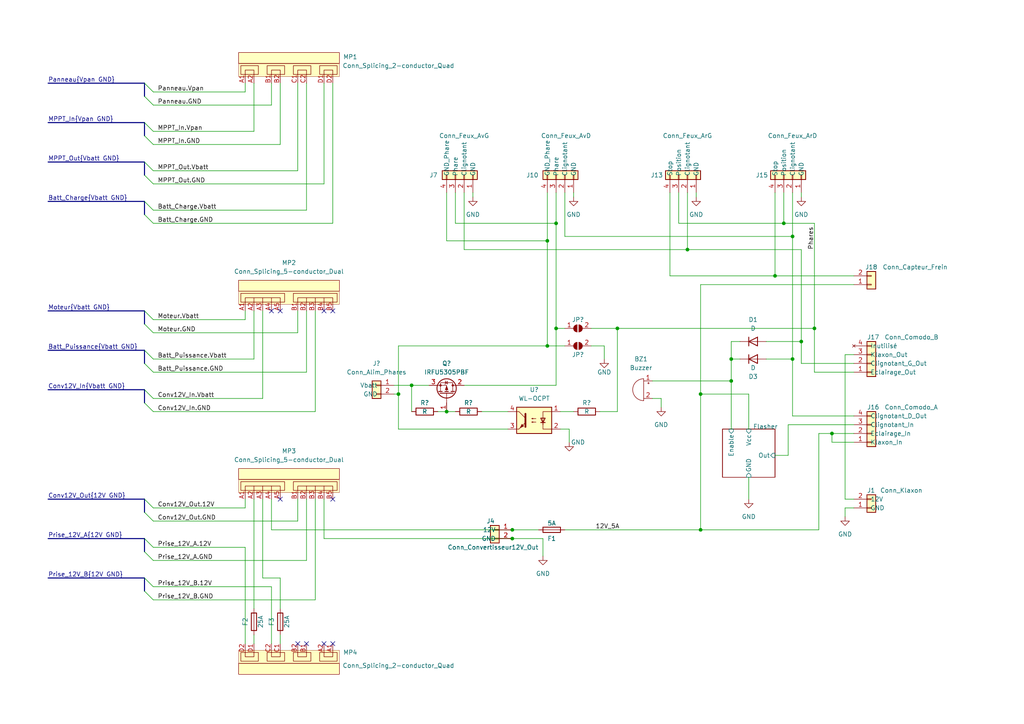
<source format=kicad_sch>
(kicad_sch (version 20211123) (generator eeschema)
  (paper "A4")
  (title_block (title "Boitier électrique vhéliotech") (date "2025-01-08") (company "Vélo solaire pour tous") (comment 1 "Licence CERN-OHL-S version 2"))
  (lib_symbols
    (symbol "Conn_Feux_Arriere_1" (pin_names (offset 1.016))
      (property "Reference" "J" (at 0 5.08 0))
      (property "Value" "Conn_Feux_Arriere_1" (at 0 -7.62 0))
      (symbol "Conn_Feux_Arriere_1_1_1"
        (rectangle (start -1.27 -4.953) (end 0 -5.207) (stroke (width 0.1524)))
        (rectangle (start -1.27 -2.413) (end 0 -2.667) (stroke (width 0.1524)))
        (rectangle (start -1.27 0.127) (end 0 -0.127) (stroke (width 0.1524)))
        (rectangle (start -1.27 2.667) (end 0 2.413) (stroke (width 0.1524)))
        (rectangle (start -1.27 3.81) (end 1.27 -6.35) (stroke (width 0.254)) (fill (type background)))
        (pin power_in line (at -5.08 2.54 0) (length 3.81) (name "GND") (number "1"))
        (pin passive line (at -5.08 0 0) (length 3.81) (name "Clignotant") (number "2"))
        (pin passive line (at -5.08 -2.54 0) (length 3.81) (name "Position") (number "3"))
        (pin passive line (at -5.08 -5.08 0) (length 3.81) (name "Stop") (number "4"))
      )
    )
    (symbol "Connector_Generic:Conn_01x02" (pin_names (offset 1.016) hide)
      (property "Reference" "J" (at 0 2.54 0))
      (property "Value" "Conn_01x02" (at 0 -5.08 0))
      (symbol "Conn_01x02_1_1"
        (rectangle (start -1.27 -2.413) (end 0 -2.667) (stroke (width 0.1524)))
        (rectangle (start -1.27 0.127) (end 0 -0.127) (stroke (width 0.1524)))
        (rectangle (start -1.27 1.27) (end 1.27 -3.81) (stroke (width 0.254)) (fill (type background)))
        (pin passive line (at -5.08 0 0) (length 3.81) (name "Pin_1") (number "1"))
        (pin passive line (at -5.08 -2.54 0) (length 3.81) (name "Pin_2") (number "2"))
      )
    )
    (symbol "Device:Buzzer" (pin_names (offset 0.0254) hide)
      (property "Reference" "BZ" (at 3.81 1.27 0))
      (property "Value" "Buzzer" (at 3.81 -1.27 0))
      (symbol "Buzzer_0_1"
        (arc (start 0 -3.175) (mid 3.175 0) (end 0 3.175))
        (polyline (pts (xy -1.651 1.905) (xy -1.143 1.905)))
        (polyline (pts (xy -1.397 2.159) (xy -1.397 1.651)))
        (polyline (pts (xy 0 3.175) (xy 0 -3.175)))
      )
      (symbol "Buzzer_1_1"
        (pin passive line (at -2.54 2.54 0) (length 2.54) (name "-") (number "1"))
        (pin passive line (at -2.54 -2.54 0) (length 2.54) (name "+") (number "2"))
      )
    )
    (symbol "Device:D" (pin_numbers hide) (pin_names (offset 1.016) hide)
      (property "Reference" "D" (at 0 2.54 0))
      (property "Value" "D" (at 0 -2.54 0))
      (symbol "D_0_1"
        (polyline (pts (xy -1.27 1.27) (xy -1.27 -1.27)) (stroke (width 0.254)))
        (polyline (pts (xy 1.27 0) (xy -1.27 0)))
        (polyline (pts (xy 1.27 1.27) (xy 1.27 -1.27) (xy -1.27 0) (xy 1.27 1.27)) (stroke (width 0.254)))
      )
      (symbol "D_1_1"
        (pin passive line (at -3.81 0 0) (length 2.54) (name "K") (number "1"))
        (pin passive line (at 3.81 0 180) (length 2.54) (name "A") (number "2"))
      )
    )
    (symbol "Device:R" (pin_numbers hide) (pin_names (offset 0))
      (property "Reference" "R" (at 2.032 0 90))
      (property "Value" "R" (at 0 0 90))
      (symbol "R_0_1"
        (rectangle (start -1.016 -2.54) (end 1.016 2.54) (stroke (width 0.254)))
      )
      (symbol "R_1_1"
        (pin passive line (at 0 3.81 270) (length 1.27) (name "~") (number "1"))
        (pin passive line (at 0 -3.81 90) (length 1.27) (name "~") (number "2"))
      )
    )
    (symbol "Jumper:SolderJumper_2_Open" (pin_names (offset 0) hide)
      (property "Reference" "JP" (at 0 2.032 0))
      (property "Value" "SolderJumper_2_Open" (at 0 -2.54 0))
      (symbol "SolderJumper_2_Open_0_1"
        (arc (start -0.254 1.016) (mid -1.27 0) (end -0.254 -1.016))
        (arc (start -0.254 1.016) (mid -1.27 0) (end -0.254 -1.016) (fill (type outline)))
        (polyline (pts (xy -0.254 1.016) (xy -0.254 -1.016)))
        (polyline (pts (xy 0.254 1.016) (xy 0.254 -1.016)))
        (arc (start 0.254 -1.016) (mid 1.27 0) (end 0.254 1.016))
        (arc (start 0.254 -1.016) (mid 1.27 0) (end 0.254 1.016) (fill (type outline)))
      )
      (symbol "SolderJumper_2_Open_1_1"
        (pin passive line (at -3.81 0 0) (length 2.54) (name "A") (number "1"))
        (pin passive line (at 3.81 0 180) (length 2.54) (name "B") (number "2"))
      )
    )
    (symbol "Transistor_FET:FQP27P06" (pin_names hide)
      (property "Reference" "Q" (at 5.08 1.905 0))
      (property "Value" "FQP27P06" (at 5.08 0 0))
      (symbol "FQP27P06_0_1"
        (polyline (pts (xy 0.254 0) (xy -2.54 0)))
        (polyline (pts (xy 0.254 1.905) (xy 0.254 -1.905)) (stroke (width 0.254)))
        (polyline (pts (xy 0.762 -1.27) (xy 0.762 -2.286)) (stroke (width 0.254)))
        (polyline (pts (xy 0.762 0.508) (xy 0.762 -0.508)) (stroke (width 0.254)))
        (polyline (pts (xy 0.762 2.286) (xy 0.762 1.27)) (stroke (width 0.254)))
        (polyline (pts (xy 2.54 2.54) (xy 2.54 1.778)))
        (polyline (pts (xy 2.54 -2.54) (xy 2.54 0) (xy 0.762 0)))
        (polyline (pts (xy 0.762 1.778) (xy 3.302 1.778) (xy 3.302 -1.778) (xy 0.762 -1.778)))
        (polyline (pts (xy 2.286 0) (xy 1.27 0.381) (xy 1.27 -0.381) (xy 2.286 0)) (fill (type outline)))
        (polyline (pts (xy 2.794 -0.508) (xy 2.921 -0.381) (xy 3.683 -0.381) (xy 3.81 -0.254)))
        (polyline (pts (xy 3.302 -0.381) (xy 2.921 0.254) (xy 3.683 0.254) (xy 3.302 -0.381)))
        (circle (center 1.651 0) (radius 2.794) (stroke (width 0.254)))
        (circle (center 2.54 -1.778) (radius 0.254) (fill (type outline)))
        (circle (center 2.54 1.778) (radius 0.254) (fill (type outline)))
      )
      (symbol "FQP27P06_1_1"
        (pin input line (at -5.08 0 0) (length 2.54) (name "G") (number "1"))
        (pin passive line (at 2.54 5.08 270) (length 2.54) (name "D") (number "2"))
        (pin passive line (at 2.54 -5.08 90) (length 2.54) (name "S") (number "3"))
      )
    )
    (symbol "circuit:Conn_Alim_Phares" (pin_names (offset 1.016))
      (property "Reference" "J" (at 0 2.54 0))
      (property "Value" "Conn_Alim_Phares" (at 0 -5.08 0))
      (symbol "Conn_Alim_Phares_1_1"
        (rectangle (start -1.27 -2.413) (end 0 -2.667) (stroke (width 0.1524)))
        (rectangle (start -1.27 0.127) (end 0 -0.127) (stroke (width 0.1524)))
        (rectangle (start -1.27 1.27) (end 1.27 -3.81) (stroke (width 0.254)) (fill (type background)))
        (pin power_out line (at -5.08 0 0) (length 3.81) (name "Vbatt") (number "1"))
        (pin power_out line (at -5.08 -2.54 0) (length 3.81) (name "GND") (number "2"))
      )
    )
    (symbol "circuit:Conn_Comodo_A" (pin_names (offset 1.016))
      (property "Reference" "J" (at 0 5.08 0))
      (property "Value" "Conn_Comodo_A" (at 0 -7.62 0))
      (symbol "Conn_Comodo_A_1_1"
        (rectangle (start -1.27 -4.953) (end 0 -5.207) (stroke (width 0.1524)))
        (rectangle (start -1.27 -2.413) (end 0 -2.667) (stroke (width 0.1524)))
        (rectangle (start -1.27 0.127) (end 0 -0.127) (stroke (width 0.1524)))
        (rectangle (start -1.27 2.667) (end 0 2.413) (stroke (width 0.1524)))
        (rectangle (start -1.27 3.81) (end 1.27 -6.35) (stroke (width 0.254)) (fill (type background)))
        (pin passive line (at -5.08 2.54 0) (length 3.81) (name "Klaxon_In") (number "1"))
        (pin passive line (at -5.08 0 0) (length 3.81) (name "Eclairage_In") (number "2"))
        (pin passive line (at -5.08 -2.54 0) (length 3.81) (name "Clignotant_In") (number "3"))
        (pin passive line (at -5.08 -5.08 0) (length 3.81) (name "Clignotant_D_Out") (number "4"))
      )
    )
    (symbol "circuit:Conn_Comodo_B" (pin_names (offset 1.016))
      (property "Reference" "J" (at 0 5.08 0))
      (property "Value" "Conn_Comodo_B" (at 0 -7.62 0))
      (symbol "Conn_Comodo_B_1_1"
        (rectangle (start -1.27 -4.953) (end 0 -5.207) (stroke (width 0.1524)))
        (rectangle (start -1.27 -2.413) (end 0 -2.667) (stroke (width 0.1524)))
        (rectangle (start -1.27 0.127) (end 0 -0.127) (stroke (width 0.1524)))
        (rectangle (start -1.27 2.667) (end 0 2.413) (stroke (width 0.1524)))
        (rectangle (start -1.27 3.81) (end 1.27 -6.35) (stroke (width 0.254)) (fill (type background)))
        (pin passive line (at -5.08 2.54 0) (length 3.81) (name "Eclairage_Out") (number "1"))
        (pin passive line (at -5.08 0 0) (length 3.81) (name "Clignotant_G_Out") (number "2"))
        (pin passive line (at -5.08 -2.54 0) (length 3.81) (name "Klaxon_Out") (number "3"))
        (pin no_connect line (at -5.08 -5.08 0) (length 3.81) (name "Inutilisé") (number "4"))
      )
    )
    (symbol "circuit:Conn_Convertisseur12V_Out" (pin_names (offset 1.016))
      (property "Reference" "J" (at 0 2.54 0))
      (property "Value" "Conn_Convertisseur12V_Out" (at 0 -5.08 0))
      (symbol "Conn_Convertisseur12V_Out_1_1"
        (rectangle (start -1.27 -2.413) (end 0 -2.667) (stroke (width 0.1524)))
        (rectangle (start -1.27 0.127) (end 0 -0.127) (stroke (width 0.1524)))
        (rectangle (start -1.27 1.27) (end 1.27 -3.81) (stroke (width 0.254)) (fill (type background)))
        (pin power_out line (at -5.08 0 0) (length 3.81) (name "12V") (number "1"))
        (pin power_out line (at -5.08 -2.54 0) (length 3.81) (name "GND") (number "2"))
      )
    )
    (symbol "circuit:Conn_Feux_Arriere" (pin_names (offset 1.016))
      (property "Reference" "J" (at 0 5.08 0))
      (property "Value" "Conn_Feux_Arriere" (at 0 -7.62 0))
      (symbol "Conn_Feux_Arriere_1_1"
        (rectangle (start -1.27 -4.953) (end 0 -5.207) (stroke (width 0.1524)))
        (rectangle (start -1.27 -2.413) (end 0 -2.667) (stroke (width 0.1524)))
        (rectangle (start -1.27 0.127) (end 0 -0.127) (stroke (width 0.1524)))
        (rectangle (start -1.27 2.667) (end 0 2.413) (stroke (width 0.1524)))
        (rectangle (start -1.27 3.81) (end 1.27 -6.35) (stroke (width 0.254)) (fill (type background)))
        (pin power_in line (at -5.08 2.54 0) (length 3.81) (name "GND") (number "1"))
        (pin passive line (at -5.08 0 0) (length 3.81) (name "Clignotant") (number "2"))
        (pin passive line (at -5.08 -2.54 0) (length 3.81) (name "Position") (number "3"))
        (pin passive line (at -5.08 -5.08 0) (length 3.81) (name "Stop") (number "4"))
      )
    )
    (symbol "circuit:Conn_Feux_Avant" (pin_names (offset 1.016))
      (property "Reference" "J" (at 0 5.08 0))
      (property "Value" "Conn_Feux_Avant" (at 0 -7.62 0))
      (symbol "Conn_Feux_Avant_1_1"
        (rectangle (start -1.27 -4.953) (end 0 -5.207) (stroke (width 0.1524)))
        (rectangle (start -1.27 -2.413) (end 0 -2.667) (stroke (width 0.1524)))
        (rectangle (start -1.27 0.127) (end 0 -0.127) (stroke (width 0.1524)))
        (rectangle (start -1.27 2.667) (end 0 2.413) (stroke (width 0.1524)))
        (rectangle (start -1.27 3.81) (end 1.27 -6.35) (stroke (width 0.254)) (fill (type background)))
        (pin power_in line (at -5.08 2.54 0) (length 3.81) (name "GND") (number "1"))
        (pin passive line (at -5.08 0 0) (length 3.81) (name "Clignotant") (number "2"))
        (pin passive line (at -5.08 -2.54 0) (length 3.81) (name "Phare") (number "3"))
        (pin power_in line (at -5.08 -5.08 0) (length 3.81) (name "GND_Phare") (number "4"))
      )
    )
    (symbol "circuit:Conn_Klaxon" (pin_names (offset 1.016))
      (property "Reference" "J" (at 0 2.54 0))
      (property "Value" "Conn_Klaxon" (at 0 -5.08 0))
      (symbol "Conn_Klaxon_1_1"
        (rectangle (start -1.27 -2.413) (end 0 -2.667) (stroke (width 0.1524)))
        (rectangle (start -1.27 0.127) (end 0 -0.127) (stroke (width 0.1524)))
        (rectangle (start -1.27 1.27) (end 1.27 -3.81) (stroke (width 0.254)) (fill (type background)))
        (pin power_in line (at -5.08 0 0) (length 3.81) (name "GND") (number "1"))
        (pin passive line (at -5.08 -2.54 0) (length 3.81) (name "12V") (number "2"))
      )
    )
    (symbol "circuit:Conn_Splicing_2-conductor_Quad"
      (property "Reference" "MP" (at 0.635 11.43 0))
      (property "Value" "Conn_Splicing_2-conductor_Quad" (at 1.27 -21.59 0))
      (symbol "Conn_Splicing_2-conductor_Quad_0_1"
        (rectangle (start -3.175 9.525) (end 0.635 -19.685) (stroke (width 0.01)) (fill (type background)))
        (rectangle (start -2.54 -13.97) (end 0 -19.05))
        (rectangle (start -2.54 -6.35) (end 0 -11.43))
        (rectangle (start -2.54 1.27) (end 0 -3.81))
        (rectangle (start -2.54 8.89) (end 0 3.81))
        (polyline (pts (xy -2.54 -15.24) (xy -1.27 -15.24) (xy -1.27 -17.78) (xy -2.54 -17.78)))
        (polyline (pts (xy -2.54 -7.62) (xy -1.27 -7.62) (xy -1.27 -10.16) (xy -2.54 -10.16)))
        (polyline (pts (xy -2.54 0) (xy -1.27 0) (xy -1.27 -2.54) (xy -2.54 -2.54)))
        (polyline (pts (xy -2.54 7.62) (xy -1.27 7.62) (xy -1.27 5.08) (xy -2.54 5.08)))
        (rectangle (start 0.635 9.525) (end 3.81 -19.685) (fill (type background)))
      )
      (symbol "Conn_Splicing_2-conductor_Quad_1_1"
        (pin passive line (at -5.08 7.62 0) (length 2.54) (name "") (number "A1"))
        (pin passive line (at -5.08 5.08 0) (length 2.54) (name "") (number "A2"))
        (pin passive line (at -5.08 0 0) (length 2.54) (name "") (number "B1"))
        (pin passive line (at -5.08 -2.54 0) (length 2.54) (name "") (number "B2"))
        (pin passive line (at -5.08 -7.62 0) (length 2.54) (name "") (number "C1"))
        (pin passive line (at -5.08 -10.16 0) (length 2.54) (name "") (number "C2"))
        (pin passive line (at -5.08 -15.24 0) (length 2.54) (name "") (number "D1"))
        (pin passive line (at -5.08 -17.78 0) (length 2.54) (name "") (number "D2"))
      )
    )
    (symbol "circuit:Conn_Splicing_5-conductor_Dual"
      (property "Reference" "MP" (at 0.635 11.43 0))
      (property "Value" "Conn_Splicing_5-conductor_Dual" (at 1.27 -21.59 0))
      (symbol "Conn_Splicing_5-conductor_Dual_0_1"
        (rectangle (start -3.175 9.525) (end 0.635 -19.685) (stroke (width 0.01)) (fill (type background)))
        (rectangle (start -2.54 -6.35) (end 0 -19.05))
        (rectangle (start -2.54 8.89) (end 0 -3.81))
        (polyline (pts (xy -1.27 -15.24) (xy -2.54 -15.24)))
        (polyline (pts (xy -1.27 -12.7) (xy -2.54 -12.7)))
        (polyline (pts (xy -1.27 -10.16) (xy -2.54 -10.16)))
        (polyline (pts (xy -1.27 0) (xy -2.54 0)))
        (polyline (pts (xy -1.27 2.54) (xy -2.54 2.54)))
        (polyline (pts (xy -1.27 5.08) (xy -2.54 5.08)))
        (polyline (pts (xy -2.54 -7.62) (xy -1.27 -7.62) (xy -1.27 -17.78) (xy -2.54 -17.78)))
        (polyline (pts (xy -2.54 7.62) (xy -1.27 7.62) (xy -1.27 -2.54) (xy -2.54 -2.54)))
        (rectangle (start 0.635 9.525) (end 3.81 -19.685) (fill (type background)))
      )
      (symbol "Conn_Splicing_5-conductor_Dual_1_1"
        (pin passive line (at -5.08 7.62 0) (length 2.54) (name "") (number "A1"))
        (pin passive line (at -5.08 5.08 0) (length 2.54) (name "") (number "A2"))
        (pin passive line (at -5.08 2.54 0) (length 2.54) (name "") (number "A3"))
        (pin passive line (at -5.08 0 0) (length 2.54) (name "") (number "A4"))
        (pin passive line (at -5.08 -2.54 0) (length 2.54) (name "") (number "A5"))
        (pin passive line (at -5.08 -7.62 0) (length 2.54) (name "") (number "B1"))
        (pin passive line (at -5.08 -10.16 0) (length 2.54) (name "") (number "B2"))
        (pin passive line (at -5.08 -12.7 0) (length 2.54) (name "") (number "B3"))
        (pin passive line (at -5.08 -15.24 0) (length 2.54) (name "") (number "B4"))
        (pin passive line (at -5.08 -17.78 0) (length 2.54) (name "") (number "B5"))
      )
    )
    (symbol "circuit:Fuse" (pin_numbers hide) (pin_names (offset 0))
      (property "Reference" "F" (at 2.032 0 90))
      (property "Value" "Fuse" (at -1.905 0 90))
      (symbol "Fuse_0_1"
        (rectangle (start -0.762 -2.54) (end 0.762 2.54) (stroke (width 0.254)))
        (polyline (pts (xy 0 2.54) (xy 0 -2.54)))
      )
      (symbol "Fuse_1_1"
        (pin passive line (at 0 3.81 270) (length 1.27) (name "~") (number "1"))
        (pin passive line (at 0 -3.81 90) (length 1.27) (name "~") (number "2"))
      )
    )
    (symbol "circuit:WL-OCPT" (pin_names (offset 1.016))
      (property "Reference" "U" (at -5.08 5.08 0))
      (property "Value" "WL-OCPT" (at 0 5.08 0))
      (symbol "WL-OCPT_0_1"
        (rectangle (start -5.08 3.81) (end 5.08 -3.81) (stroke (width 0.254)) (fill (type background)))
        (polyline (pts (xy -3.175 -0.635) (xy -1.905 -0.635)) (stroke (width 0.254)))
        (polyline (pts (xy 2.54 0.635) (xy 4.445 2.54)))
        (polyline (pts (xy 4.445 -2.54) (xy 2.54 -0.635)) (fill (type outline)))
        (polyline (pts (xy 4.445 -2.54) (xy 5.08 -2.54)))
        (polyline (pts (xy 4.445 2.54) (xy 5.08 2.54)))
        (polyline (pts (xy -2.54 -0.635) (xy -2.54 -2.54) (xy -5.08 -2.54)))
        (polyline (pts (xy 2.54 1.905) (xy 2.54 -1.905) (xy 2.54 -1.905)) (stroke (width 0.508)))
        (polyline (pts (xy -5.08 2.54) (xy -2.54 2.54) (xy -2.54 -1.27) (xy -2.54 0.635)))
        (polyline (pts (xy -2.54 -0.635) (xy -3.175 0.635) (xy -1.905 0.635) (xy -2.54 -0.635)) (stroke (width 0.254)))
        (polyline (pts (xy -0.508 -0.508) (xy 0.762 -0.508) (xy 0.381 -0.635) (xy 0.381 -0.381) (xy 0.762 -0.508)))
        (polyline (pts (xy -0.508 0.508) (xy 0.762 0.508) (xy 0.381 0.381) (xy 0.381 0.635) (xy 0.762 0.508)))
        (polyline (pts (xy 3.048 -1.651) (xy 3.556 -1.143) (xy 4.064 -2.159) (xy 3.048 -1.651) (xy 3.048 -1.651)) (fill (type outline)))
      )
      (symbol "WL-OCPT_1_1"
        (pin passive line (at -7.62 2.54 0) (length 2.54) (name "~") (number "1"))
        (pin passive line (at -7.62 -2.54 0) (length 2.54) (name "~") (number "2"))
        (pin passive line (at 7.62 -2.54 180) (length 2.54) (name "~") (number "3"))
        (pin passive line (at 7.62 2.54 180) (length 2.54) (name "~") (number "4"))
      )
    )
    (symbol "power:GND" (power) (pin_names (offset 0))
      (property "Value" "GND" (at 0 -3.81 0))
      (symbol "GND_0_1"
        (polyline (pts (xy 0 0) (xy 0 -1.27) (xy 1.27 -1.27) (xy 0 -2.54) (xy -1.27 -1.27) (xy 0 -1.27)))
      )
      (symbol "GND_1_1"
        (pin power_in line (at 0 0 270) (length 0) hide (name "GND") (number "1"))
      )
    )
  )
  (junction (at 148.59 156.21))
  (junction (at 179.07 95.25))
  (junction (at 199.39 72.39))
  (junction (at 161.29 64.77))
  (junction (at 224.79 80.01))
  (junction (at 241.3 125.73))
  (junction (at 229.87 104.14))
  (junction (at 203.2 114.3))
  (junction (at 115.57 114.3))
  (junction (at 227.33 64.77))
  (junction (at 161.29 95.25))
  (junction (at 229.87 68.58))
  (junction (at 212.09 104.14))
  (junction (at 236.22 95.25))
  (junction (at 158.75 69.85))
  (junction (at 212.09 110.49))
  (junction (at 203.2 153.67))
  (junction (at 129.54 119.38))
  (junction (at 148.59 153.67))
  (junction (at 232.41 99.06))
  (junction (at 158.75 100.33))
  (junction (at 119.38 111.76))
  (no_connect (at 96.52 186.69))
  (no_connect (at 93.98 90.17))
  (no_connect (at 96.52 144.78))
  (no_connect (at 96.52 90.17))
  (no_connect (at 78.74 90.17))
  (no_connect (at 88.9 186.69))
  (no_connect (at 93.98 186.69))
  (no_connect (at 86.36 186.69))
  (no_connect (at 81.28 144.78))
  (no_connect (at 81.28 90.17))
  (bus_entry (at 41.91 35.56) (size 2.54 2.54))
  (bus_entry (at 41.91 105.41) (size 2.54 2.54))
  (bus_entry (at 41.91 144.78) (size 2.54 2.54))
  (bus_entry (at 41.91 58.42) (size 2.54 2.54))
  (bus_entry (at 41.91 116.84) (size 2.54 2.54))
  (bus_entry (at 41.91 62.23) (size 2.54 2.54))
  (bus_entry (at 41.91 24.13) (size 2.54 2.54))
  (bus_entry (at 41.91 50.8) (size 2.54 2.54))
  (bus_entry (at 41.91 167.64) (size 2.54 2.54))
  (bus_entry (at 41.91 46.99) (size 2.54 2.54))
  (bus_entry (at 41.91 156.21) (size 2.54 2.54))
  (bus_entry (at 41.91 93.98) (size 2.54 2.54))
  (bus_entry (at 41.91 113.03) (size 2.54 2.54))
  (bus_entry (at 41.91 171.45) (size 2.54 2.54))
  (bus_entry (at 41.91 90.17) (size 2.54 2.54))
  (bus_entry (at 41.91 148.59) (size 2.54 2.54))
  (bus_entry (at 41.91 27.94) (size 2.54 2.54))
  (bus_entry (at 41.91 160.02) (size 2.54 2.54))
  (bus_entry (at 41.91 101.6) (size 2.54 2.54))
  (bus_entry (at 41.91 39.37) (size 2.54 2.54))
  (wire (pts (xy 217.17 138.43) (xy 217.17 144.78)))
  (wire (pts (xy 71.12 147.32) (xy 71.12 144.78)))
  (wire (pts (xy 212.09 110.49) (xy 212.09 124.46)))
  (wire (pts (xy 161.29 95.25) (xy 161.29 111.76)))
  (wire (pts (xy 247.65 147.32) (xy 245.11 147.32)))
  (bus (pts (xy 41.91 35.56) (xy 41.91 39.37)))
  (wire (pts (xy 88.9 162.56) (xy 88.9 144.78)))
  (wire (pts (xy 129.54 55.88) (xy 129.54 69.85)))
  (wire (pts (xy 228.6 123.19) (xy 228.6 132.08)))
  (wire (pts (xy 222.25 99.06) (xy 232.41 99.06)))
  (wire (pts (xy 161.29 64.77) (xy 132.08 64.77)))
  (wire (pts (xy 212.09 104.14) (xy 212.09 110.49)))
  (bus (pts (xy 13.97 24.13) (xy 41.91 24.13)))
  (wire (pts (xy 44.45 162.56) (xy 88.9 162.56)))
  (bus (pts (xy 41.91 144.78) (xy 41.91 148.59)))
  (wire (pts (xy 44.45 158.75) (xy 71.12 158.75)))
  (wire (pts (xy 227.33 55.88) (xy 227.33 64.77)))
  (wire (pts (xy 44.45 170.18) (xy 78.74 170.18)))
  (wire (pts (xy 199.39 55.88) (xy 199.39 72.39)))
  (wire (pts (xy 127 119.38) (xy 129.54 119.38)))
  (wire (pts (xy 88.9 60.96) (xy 88.9 24.13)))
  (wire (pts (xy 158.75 100.33) (xy 115.57 100.33)))
  (wire (pts (xy 229.87 68.58) (xy 163.83 68.58)))
  (wire (pts (xy 161.29 95.25) (xy 163.83 95.25)))
  (wire (pts (xy 44.45 147.32) (xy 71.12 147.32)))
  (wire (pts (xy 73.66 144.78) (xy 73.66 176.53)))
  (wire (pts (xy 237.49 153.67) (xy 237.49 125.73)))
  (wire (pts (xy 162.56 119.38) (xy 166.37 119.38)))
  (wire (pts (xy 81.28 167.64) (xy 81.28 176.53)))
  (wire (pts (xy 44.45 30.48) (xy 78.74 30.48)))
  (wire (pts (xy 137.16 55.88) (xy 137.16 57.15)))
  (wire (pts (xy 161.29 55.88) (xy 161.29 64.77)))
  (wire (pts (xy 241.3 128.27) (xy 241.3 125.73)))
  (wire (pts (xy 114.3 114.3) (xy 115.57 114.3)))
  (wire (pts (xy 44.45 26.67) (xy 71.12 26.67)))
  (wire (pts (xy 179.07 95.25) (xy 236.22 95.25)))
  (wire (pts (xy 158.75 100.33) (xy 163.83 100.33)))
  (wire (pts (xy 71.12 92.71) (xy 71.12 90.17)))
  (wire (pts (xy 161.29 64.77) (xy 161.29 95.25)))
  (wire (pts (xy 245.11 144.78) (xy 247.65 144.78)))
  (wire (pts (xy 86.36 96.52) (xy 86.36 90.17)))
  (wire (pts (xy 247.65 120.65) (xy 229.87 120.65)))
  (wire (pts (xy 91.44 173.99) (xy 91.44 144.78)))
  (bus (pts (xy 13.97 144.78) (xy 41.91 144.78)))
  (wire (pts (xy 78.74 186.69) (xy 78.74 170.18)))
  (bus (pts (xy 13.97 156.21) (xy 41.91 156.21)))
  (wire (pts (xy 203.2 114.3) (xy 217.17 114.3)))
  (bus (pts (xy 13.97 58.42) (xy 41.91 58.42)))
  (bus (pts (xy 13.97 35.56) (xy 41.91 35.56)))
  (wire (pts (xy 245.11 102.87) (xy 245.11 144.78)))
  (wire (pts (xy 129.54 69.85) (xy 158.75 69.85)))
  (wire (pts (xy 73.66 184.15) (xy 73.66 186.69)))
  (wire (pts (xy 203.2 114.3) (xy 203.2 153.67)))
  (wire (pts (xy 224.79 80.01) (xy 224.79 55.88)))
  (wire (pts (xy 148.59 156.21) (xy 157.48 156.21)))
  (wire (pts (xy 162.56 124.46) (xy 165.1 124.46)))
  (wire (pts (xy 163.83 153.67) (xy 203.2 153.67)))
  (wire (pts (xy 191.77 118.11) (xy 191.77 115.57)))
  (wire (pts (xy 179.07 95.25) (xy 179.07 119.38)))
  (wire (pts (xy 201.93 55.88) (xy 201.93 57.15)))
  (wire (pts (xy 236.22 64.77) (xy 236.22 95.25)))
  (wire (pts (xy 81.28 184.15) (xy 81.28 186.69)))
  (wire (pts (xy 158.75 69.85) (xy 158.75 100.33)))
  (wire (pts (xy 78.74 30.48) (xy 78.74 24.13)))
  (wire (pts (xy 212.09 99.06) (xy 212.09 104.14)))
  (wire (pts (xy 78.74 153.67) (xy 78.74 144.78)))
  (wire (pts (xy 44.45 53.34) (xy 93.98 53.34)))
  (wire (pts (xy 194.31 80.01) (xy 194.31 55.88)))
  (wire (pts (xy 229.87 104.14) (xy 229.87 120.65)))
  (wire (pts (xy 114.3 111.76) (xy 119.38 111.76)))
  (wire (pts (xy 228.6 123.19) (xy 247.65 123.19)))
  (wire (pts (xy 134.62 72.39) (xy 134.62 55.88)))
  (wire (pts (xy 245.11 102.87) (xy 247.65 102.87)))
  (wire (pts (xy 115.57 114.3) (xy 115.57 124.46)))
  (wire (pts (xy 222.25 104.14) (xy 229.87 104.14)))
  (bus (pts (xy 13.97 113.03) (xy 41.91 113.03)))
  (bus (pts (xy 41.91 101.6) (xy 41.91 105.41)))
  (wire (pts (xy 179.07 119.38) (xy 173.99 119.38)))
  (wire (pts (xy 115.57 100.33) (xy 115.57 114.3)))
  (bus (pts (xy 41.91 46.99) (xy 41.91 50.8)))
  (wire (pts (xy 88.9 107.95) (xy 88.9 90.17)))
  (wire (pts (xy 212.09 104.14) (xy 214.63 104.14)))
  (bus (pts (xy 41.91 24.13) (xy 41.91 27.94)))
  (wire (pts (xy 86.36 151.13) (xy 86.36 144.78)))
  (wire (pts (xy 44.45 107.95) (xy 88.9 107.95)))
  (wire (pts (xy 76.2 144.78) (xy 76.2 167.64)))
  (wire (pts (xy 232.41 99.06) (xy 232.41 105.41)))
  (wire (pts (xy 203.2 82.55) (xy 247.65 82.55)))
  (wire (pts (xy 189.23 110.49) (xy 212.09 110.49)))
  (wire (pts (xy 86.36 49.53) (xy 86.36 24.13)))
  (wire (pts (xy 148.59 153.67) (xy 78.74 153.67)))
  (wire (pts (xy 44.45 41.91) (xy 81.28 41.91)))
  (wire (pts (xy 237.49 125.73) (xy 241.3 125.73)))
  (wire (pts (xy 76.2 115.57) (xy 76.2 90.17)))
  (wire (pts (xy 196.85 55.88) (xy 196.85 64.77)))
  (wire (pts (xy 93.98 156.21) (xy 93.98 144.78)))
  (wire (pts (xy 81.28 41.91) (xy 81.28 24.13)))
  (wire (pts (xy 147.32 124.46) (xy 115.57 124.46)))
  (wire (pts (xy 203.2 82.55) (xy 203.2 114.3)))
  (wire (pts (xy 214.63 99.06) (xy 212.09 99.06)))
  (bus (pts (xy 41.91 167.64) (xy 41.91 171.45)))
  (wire (pts (xy 44.45 119.38) (xy 91.44 119.38)))
  (wire (pts (xy 73.66 104.14) (xy 73.66 90.17)))
  (wire (pts (xy 119.38 111.76) (xy 119.38 119.38)))
  (wire (pts (xy 44.45 64.77) (xy 96.52 64.77)))
  (wire (pts (xy 241.3 125.73) (xy 247.65 125.73)))
  (wire (pts (xy 171.45 95.25) (xy 179.07 95.25)))
  (wire (pts (xy 44.45 151.13) (xy 86.36 151.13)))
  (wire (pts (xy 199.39 72.39) (xy 134.62 72.39)))
  (wire (pts (xy 247.65 128.27) (xy 241.3 128.27)))
  (wire (pts (xy 44.45 49.53) (xy 86.36 49.53)))
  (wire (pts (xy 91.44 119.38) (xy 91.44 90.17)))
  (wire (pts (xy 44.45 115.57) (xy 76.2 115.57)))
  (wire (pts (xy 157.48 156.21) (xy 157.48 161.29)))
  (wire (pts (xy 232.41 72.39) (xy 232.41 99.06)))
  (wire (pts (xy 245.11 147.32) (xy 245.11 149.86)))
  (wire (pts (xy 73.66 38.1) (xy 73.66 24.13)))
  (wire (pts (xy 203.2 153.67) (xy 237.49 153.67)))
  (wire (pts (xy 224.79 80.01) (xy 194.31 80.01)))
  (wire (pts (xy 163.83 68.58) (xy 163.83 55.88)))
  (wire (pts (xy 44.45 92.71) (xy 71.12 92.71)))
  (wire (pts (xy 139.7 119.38) (xy 147.32 119.38)))
  (wire (pts (xy 71.12 26.67) (xy 71.12 24.13)))
  (wire (pts (xy 224.79 80.01) (xy 247.65 80.01)))
  (bus (pts (xy 13.97 167.64) (xy 41.91 167.64)))
  (wire (pts (xy 175.26 104.14) (xy 175.26 100.33)))
  (wire (pts (xy 236.22 107.95) (xy 247.65 107.95)))
  (wire (pts (xy 171.45 100.33) (xy 175.26 100.33)))
  (wire (pts (xy 44.45 60.96) (xy 88.9 60.96)))
  (wire (pts (xy 44.45 96.52) (xy 86.36 96.52)))
  (bus (pts (xy 41.91 90.17) (xy 41.91 93.98)))
  (wire (pts (xy 236.22 95.25) (xy 236.22 107.95)))
  (wire (pts (xy 158.75 69.85) (xy 158.75 55.88)))
  (wire (pts (xy 229.87 68.58) (xy 229.87 104.14)))
  (wire (pts (xy 44.45 173.99) (xy 91.44 173.99)))
  (wire (pts (xy 119.38 111.76) (xy 124.46 111.76)))
  (wire (pts (xy 96.52 64.77) (xy 96.52 24.13)))
  (bus (pts (xy 13.97 46.99) (xy 41.91 46.99)))
  (bus (pts (xy 13.97 101.6) (xy 41.91 101.6)))
  (wire (pts (xy 199.39 72.39) (xy 232.41 72.39)))
  (bus (pts (xy 41.91 58.42) (xy 41.91 62.23)))
  (wire (pts (xy 229.87 55.88) (xy 229.87 68.58)))
  (wire (pts (xy 166.37 55.88) (xy 166.37 57.15)))
  (wire (pts (xy 44.45 104.14) (xy 73.66 104.14)))
  (bus (pts (xy 41.91 156.21) (xy 41.91 160.02)))
  (wire (pts (xy 224.79 132.08) (xy 228.6 132.08)))
  (bus (pts (xy 13.97 90.17) (xy 41.91 90.17)))
  (wire (pts (xy 191.77 115.57) (xy 189.23 115.57)))
  (wire (pts (xy 232.41 105.41) (xy 247.65 105.41)))
  (wire (pts (xy 232.41 55.88) (xy 232.41 57.15)))
  (wire (pts (xy 44.45 38.1) (xy 73.66 38.1)))
  (wire (pts (xy 217.17 114.3) (xy 217.17 124.46)))
  (wire (pts (xy 196.85 64.77) (xy 227.33 64.77)))
  (wire (pts (xy 76.2 167.64) (xy 81.28 167.64)))
  (wire (pts (xy 134.62 111.76) (xy 161.29 111.76)))
  (wire (pts (xy 129.54 119.38) (xy 132.08 119.38)))
  (wire (pts (xy 148.59 156.21) (xy 93.98 156.21)))
  (wire (pts (xy 227.33 64.77) (xy 236.22 64.77)))
  (bus (pts (xy 41.91 113.03) (xy 41.91 116.84)))
  (wire (pts (xy 71.12 186.69) (xy 71.12 158.75)))
  (wire (pts (xy 148.59 153.67) (xy 156.21 153.67)))
  (wire (pts (xy 132.08 64.77) (xy 132.08 55.88)))
  (wire (pts (xy 93.98 53.34) (xy 93.98 24.13)))
  (wire (pts (xy 165.1 124.46) (xy 165.1 128.27)))
  (label "Panneau.Vpan" (at 45.72 26.67 0))
  (label "Panneau.GND" (at 45.72 30.48 0))
  (label "Conv12V_In.Vbatt" (at 45.72 115.57 0))
  (label "Batt_Charge{Vbatt GND}" (at 13.97 58.42 0))
  (label "MPPT_Out{Vbatt GND}" (at 13.97 46.99 0))
  (label "Moteur.GND" (at 45.72 96.52 0))
  (label "Batt_Puissance.Vbatt" (at 45.72 104.14 0))
  (label "Panneau{Vpan GND}" (at 13.97 24.13 0))
  (label "Moteur.Vbatt" (at 45.72 92.71 0))
  (label "Phares" (at 236.22 72.39 90))
  (label "Conv12V_Out.GND" (at 45.72 151.13 0))
  (label "Batt_Charge.GND" (at 45.72 64.77 0))
  (label "Conv12V_Out{12V GND}" (at 13.97 144.78 0))
  (label "MPPT_In{Vpan GND}" (at 13.97 35.56 0))
  (label "Batt_Charge.Vbatt" (at 45.72 60.96 0))
  (label "Prise_12V_B{12V GND}" (at 13.97 167.64 0))
  (label "Conv12V_In{Vbatt GND}" (at 13.97 113.03 0))
  (label "Prise_12V_A.GND" (at 45.72 162.56 0))
  (label "MPPT_In.GND" (at 45.72 41.91 0))
  (label "12V_5A" (at 172.72 153.67 0))
  (label "Batt_Puissance.GND" (at 45.72 107.95 0))
  (label "Conv12V_In.GND" (at 45.72 119.38 0))
  (label "Batt_Puissance{Vbatt GND}" (at 13.97 101.6 0))
  (label "Prise_12V_A.12V" (at 45.72 158.75 0))
  (label "Moteur{Vbatt GND}" (at 13.97 90.17 0))
  (label "Prise_12V_A{12V GND}" (at 13.97 156.21 0))
  (label "Prise_12V_B.12V" (at 45.72 170.18 0))
  (label "MPPT_Out.GND" (at 45.72 53.34 0))
  (label "MPPT_Out.Vbatt" (at 45.72 49.53 0))
  (label "MPPT_In.Vpan" (at 45.72 38.1 0))
  (label "Conv12V_Out.12V" (at 45.72 147.32 0))
  (label "Prise_12V_B.GND" (at 45.72 173.99 0))
  (symbol (lib_id "power:GND") (at 245.11 149.86 0) (unit 1)
    (property "Reference" "#PWR0102" (effects hide))
    (property "Value" "GND" (at 245.11 154.94 0))
  )
  (symbol (lib_id "power:GND") (at 157.48 161.29 0) (unit 1)
    (property "Reference" "#PWR0107" (effects hide))
    (property "Value" "GND" (at 157.48 166.37 0))
  )
  (symbol (lib_id "circuit:Conn_Feux_Avant") (at 163.83 50.8 270) (mirror x) (unit 1)
    (property "Reference" "J10" (at 156.21 50.8 90) (effects (justify right)))
    (property "Value" "Conn_Feux_AvD" (at 171.45 39.37 90) (effects (justify right)))
    (property "Footprint" "circuit:TerminalBlock_Wago_2601-3104_1x04_P3.50mm_Vertical" (effects hide))
  )
  (symbol (lib_id "circuit:Fuse") (at 73.66 180.34 180) (unit 1) (on_board no)
    (property "Reference" "F2" (at 71.12 180.34 90))
    (property "Value" "25A" (at 75.565 180.34 90))
    (property "Footprint" "circuit:Littelfuse_FuseHolder_FL1_178.6764.0001" (effects hide))
  )
  (symbol (lib_id "Transistor_FET:FQP27P06") (at 129.54 114.3 270) (mirror x) (unit 1)
    (property "Reference" "Q?" (at 129.54 105.41 90))
    (property "Value" "IRFU5305PBF" (at 129.54 107.95 90))
    (property "Footprint" "circuit:TO-251-3_Vertical" (effects hide))
    (property "Datasheet" "https://www.onsemi.com/pub/Collateral/FQP27P06-D.PDF" (effects hide))
  )
  (symbol (lib_id "circuit:Conn_Klaxon") (at 252.73 147.32 0) (mirror x) (unit 1)
    (property "Reference" "J1" (at 251.46 142.24 0) (effects (justify left)))
    (property "Value" "Conn_Klaxon" (at 255.27 142.24 0) (effects (justify left)))
    (property "Footprint" "circuit:TerminalBlock_Wago_2601-3102_1x02_P3.50mm_Vertical" (effects hide))
  )
  (symbol (lib_id "Device:D") (at 218.44 99.06 0) (unit 1)
    (property "Reference" "D1" (at 218.44 92.71 0))
    (property "Value" "D" (at 218.44 95.25 0))
    (property "Footprint" "Diode_THT:D_DO-35_SOD27_P7.62mm_Horizontal" (effects hide))
  )
  (symbol (lib_id "power:GND") (at 232.41 57.15 0) (unit 1)
    (property "Reference" "#PWR0103" (effects hide))
    (property "Value" "GND" (at 232.41 62.23 0))
  )
  (symbol (lib_id "circuit:Conn_Splicing_5-conductor_Dual") (at 78.74 85.09 90) (unit 1)
    (property "Reference" "MP2" (at 83.82 76.2 90))
    (property "Value" "Conn_Splicing_5-conductor_Dual" (at 83.82 78.74 90))
    (property "Footprint" "circuit:Wago_221-500_SplicingConnectorHolder" (effects hide))
  )
  (symbol (lib_id "circuit:WL-OCPT") (at 154.94 121.92 0) (mirror y) (unit 1)
    (property "Reference" "U?" (at 154.94 113.03 0))
    (property "Value" "WL-OCPT" (at 154.94 115.57 0))
    (property "Footprint" "Package_DIP:DIP-4_W7.62mm" (effects hide))
  )
  (symbol (lib_name "Conn_Feux_Arriere_1") (lib_id "circuit:Conn_Feux_Arriere") (at 199.39 50.8 270) (mirror x) (unit 1)
    (property "Reference" "J13" (at 190.5 50.8 90))
    (property "Value" "Conn_Feux_ArG" (at 199.39 39.37 90))
    (property "Footprint" "circuit:TerminalBlock_Wago_2601-3104_1x04_P3.50mm_Vertical" (effects hide))
  )
  (symbol (lib_id "Device:Buzzer") (at 186.69 113.03 0) (mirror y) (unit 1)
    (property "Reference" "BZ1" (at 185.928 104.14 0))
    (property "Value" "Buzzer" (at 185.928 106.68 0))
    (property "Footprint" "circuit:Buzzer_25x16_12.5" (effects hide))
  )
  (symbol (lib_id "circuit:Conn_Convertisseur12V_Out") (at 143.51 153.67 0) (mirror y) (unit 1)
    (property "Reference" "J4" (at 143.51 151.13 0) (effects (justify left)))
    (property "Value" "Conn_Convertisseur12V_Out" (at 156.21 158.75 0) (effects (justify left)))
    (property "Footprint" "circuit:TerminalBlock_Wago_2601-3102_1x02_P3.50mm_Vertical" (effects hide))
  )
  (symbol (lib_id "circuit:Conn_Splicing_2-conductor_Quad") (at 78.74 19.05 90) (unit 1)
    (property "Reference" "MP1" (at 101.6 16.51 90))
    (property "Value" "Conn_Splicing_2-conductor_Quad" (at 115.57 19.05 90))
    (property "Footprint" "circuit:Wago_221-500_SplicingConnectorHolder" (effects hide))
  )
  (symbol (lib_id "circuit:Conn_Comodo_A") (at 252.73 125.73 0) (mirror x) (unit 1)
    (property "Reference" "J16" (at 251.46 118.11 0) (effects (justify left)))
    (property "Value" "Conn_Comodo_A" (at 256.54 118.11 0) (effects (justify left)))
    (property "Footprint" "circuit:TerminalBlock_Wago_2601-3104_1x04_P3.50mm_Vertical" (effects hide))
  )
  (symbol (lib_id "circuit:Conn_Splicing_5-conductor_Dual") (at 78.74 139.7 90) (unit 1)
    (property "Reference" "MP3" (at 83.82 130.81 90))
    (property "Value" "Conn_Splicing_5-conductor_Dual" (at 83.82 133.35 90))
    (property "Footprint" "circuit:Wago_221-500_SplicingConnectorHolder" (effects hide))
  )
  (symbol (lib_id "Device:R") (at 135.89 119.38 90) (unit 1)
    (property "Reference" "R?" (at 135.89 116.84 90))
    (property "Value" "R" (at 135.89 119.38 90))
  )
  (symbol (lib_id "power:GND") (at 191.77 118.11 0) (unit 1)
    (property "Reference" "#PWR01" (effects hide))
    (property "Value" "GND" (at 191.77 123.19 0))
  )
  (symbol (lib_id "Jumper:SolderJumper_2_Open") (at 167.64 100.33 0) (unit 1)
    (property "Reference" "JP?" (at 167.64 102.87 0))
    (property "Value" "SolderJumper_2_Open" (effects hide))
  )
  (symbol (lib_id "Device:R") (at 123.19 119.38 90) (unit 1)
    (property "Reference" "R?" (at 123.19 116.84 90))
    (property "Value" "R" (at 123.19 119.38 90))
  )
  (symbol (lib_id "circuit:Conn_Comodo_B") (at 252.73 105.41 0) (mirror x) (unit 1)
    (property "Reference" "J17" (at 251.46 97.79 0) (effects (justify left)))
    (property "Value" "Conn_Comodo_B" (at 256.54 97.79 0) (effects (justify left)))
    (property "Footprint" "circuit:TerminalBlock_Wago_2601-3104_1x04_P3.50mm_Vertical" (effects hide))
  )
  (symbol (lib_id "circuit:Fuse") (at 160.02 153.67 270) (unit 1)
    (property "Reference" "F1" (at 160.02 156.21 90))
    (property "Value" "5A" (at 160.02 151.765 90))
    (property "Footprint" "circuit:Generic_FuseHolder_MINI" (effects hide))
  )
  (symbol (lib_id "circuit:Fuse") (at 81.28 180.34 180) (unit 1) (on_board no)
    (property "Reference" "F3" (at 78.74 180.34 90))
    (property "Value" "25A" (at 83.185 180.34 90))
    (property "Footprint" "circuit:Littelfuse_FuseHolder_FL1_178.6764.0001" (effects hide))
  )
  (symbol (lib_id "power:GND") (at 201.93 57.15 0) (unit 1)
    (property "Reference" "#PWR0104" (effects hide))
    (property "Value" "GND" (at 201.93 62.23 0))
  )
  (symbol (lib_id "power:GND") (at 165.1 128.27 0) (unit 1)
    (property "Reference" "#PWR?" (effects hide))
    (property "Value" "GND" (at 167.64 128.27 0))
  )
  (symbol (lib_id "Device:D") (at 218.44 104.14 0) (unit 1)
    (property "Reference" "D3" (at 218.44 109.22 0))
    (property "Value" "D" (at 218.44 106.68 0))
    (property "Footprint" "Diode_THT:D_DO-35_SOD27_P7.62mm_Horizontal" (effects hide))
  )
  (symbol (lib_id "circuit:Conn_Alim_Phares") (at 109.22 111.76 0) (mirror y) (unit 1)
    (property "Reference" "J?" (at 109.22 105.41 0))
    (property "Value" "Conn_Alim_Phares" (at 109.22 107.95 0))
    (property "Footprint" "circuit:TerminalBlock_Amphenol_HG0200X0000G_1x02_P5.00mm_45Degree" (effects hide))
  )
  (symbol (lib_id "power:GND") (at 175.26 104.14 0) (unit 1)
    (property "Reference" "#PWR?" (effects hide))
    (property "Value" "GND" (at 175.26 107.95 0))
  )
  (symbol (lib_id "Device:R") (at 170.18 119.38 90) (unit 1)
    (property "Reference" "R?" (at 170.18 116.84 90))
    (property "Value" "R" (at 170.18 119.38 90))
  )
  (symbol (lib_id "circuit:Conn_Feux_Arriere") (at 229.87 50.8 270) (mirror x) (unit 1)
    (property "Reference" "J15" (at 220.98 50.8 90))
    (property "Value" "Conn_Feux_ArD" (at 229.87 39.37 90))
    (property "Footprint" "circuit:TerminalBlock_Wago_2601-3104_1x04_P3.50mm_Vertical" (effects hide))
  )
  (symbol (lib_id "circuit:Conn_Feux_Avant") (at 134.62 50.8 270) (mirror x) (unit 1)
    (property "Reference" "J7" (at 125.73 50.8 90))
    (property "Value" "Conn_Feux_AvG" (at 134.62 39.37 90))
    (property "Footprint" "circuit:TerminalBlock_Wago_2601-3104_1x04_P3.50mm_Vertical" (effects hide))
  )
  (symbol (lib_id "power:GND") (at 166.37 57.15 0) (unit 1)
    (property "Reference" "#PWR0105" (effects hide))
    (property "Value" "GND" (at 166.37 62.23 0))
  )
  (symbol (lib_id "Connector_Generic:Conn_01x02") (at 252.73 82.55 0) (mirror x) (unit 1)
    (property "Reference" "J18" (at 252.73 77.47 0))
    (property "Value" "Conn_Capteur_Frein" (at 265.43 77.47 0))
    (property "Footprint" "circuit:TerminalBlock_Wago_2601-3102_1x02_P3.50mm_Vertical" (effects hide))
  )
  (symbol (lib_id "power:GND") (at 137.16 57.15 0) (unit 1)
    (property "Reference" "#PWR0106" (effects hide))
    (property "Value" "GND" (at 137.16 62.23 0))
  )
  (symbol (lib_id "Jumper:SolderJumper_2_Open") (at 167.64 95.25 0) (unit 1)
    (property "Reference" "JP?" (at 167.64 92.71 0))
    (property "Value" "SolderJumper_2_Open" (effects hide))
  )
  (symbol (lib_id "circuit:Conn_Splicing_2-conductor_Quad") (at 88.9 191.77 270) (unit 1)
    (property "Reference" "MP4" (at 101.6 189.23 90))
    (property "Value" "Conn_Splicing_2-conductor_Quad" (at 115.57 193.04 90))
    (property "Footprint" "circuit:Wago_221-500_SplicingConnectorHolder" (effects hide))
  )
  (symbol (lib_id "power:GND") (at 217.17 144.78 0) (unit 1)
    (property "Reference" "#PWR0101" (effects hide))
    (property "Value" "GND" (at 217.17 149.86 0))
  )
  (sheet (at 209.55 124.46) (size 15.24 13.97) (stroke (width 0.1524))
    (property "Sheet name" "Flasher" (at 218.44 124.46 0) (effects (justify left bottom)))
    (property "Sheet file" "flasher.kicad_sch" (effects hide))
    (pin "Vcc" input (at 217.17 124.46 90))
    (pin "GND" input (at 217.17 138.43 270))
    (pin "Out" input (at 224.79 132.08 0))
    (pin "Enable" input (at 212.09 124.46 90))
  )
)
</source>
